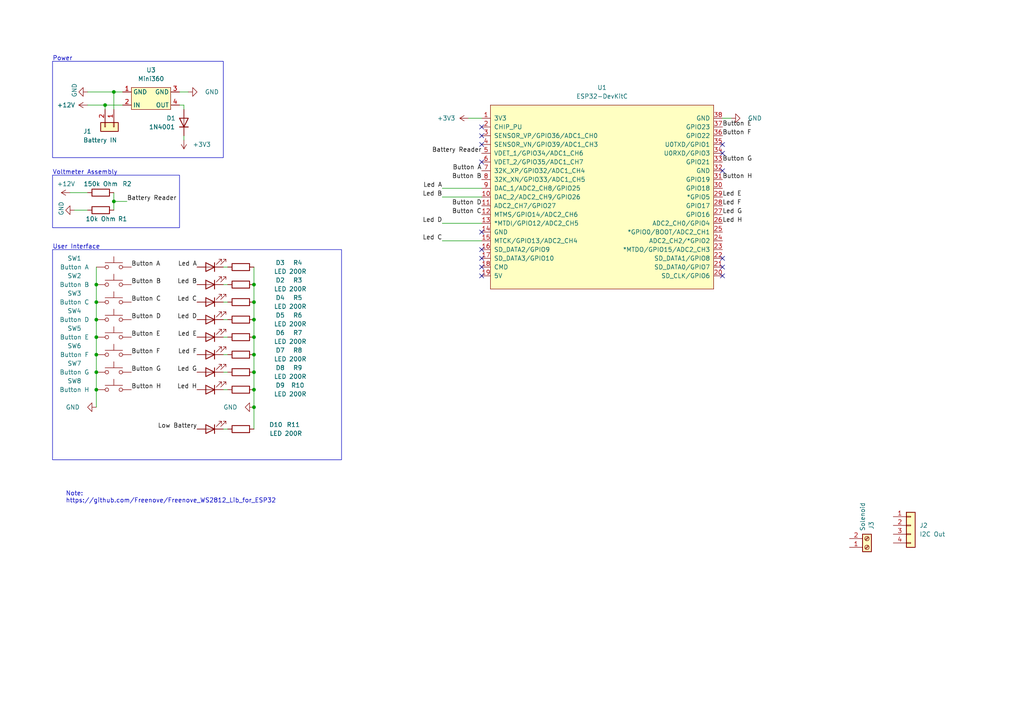
<source format=kicad_sch>
(kicad_sch (version 20230121) (generator eeschema)
  (paper "A4")
  (lib_symbols
    (symbol "Connector:Screw_Terminal_01x02" (pin_names (offset 1.016) hide)
      (property "Reference" "J" (at 0 2.54 0))
      (property "Value" "Screw_Terminal_01x02" (at 0 -5.08 0))
      (symbol "Screw_Terminal_01x02_1_1"
        (rectangle (start -1.27 1.27) (end 1.27 -3.81) (stroke (width 0.254)) (fill (type background)))
        (circle (center 0 -2.54) (radius 0.635) (stroke (width 0.1524)))
        (polyline (pts (xy -0.5334 -2.2098) (xy 0.3302 -3.048)) (stroke (width 0.1524)))
        (polyline (pts (xy -0.5334 0.3302) (xy 0.3302 -0.508)) (stroke (width 0.1524)))
        (polyline (pts (xy -0.3556 -2.032) (xy 0.508 -2.8702)) (stroke (width 0.1524)))
        (polyline (pts (xy -0.3556 0.508) (xy 0.508 -0.3302)) (stroke (width 0.1524)))
        (circle (center 0 0) (radius 0.635) (stroke (width 0.1524)))
        (pin passive line (at -5.08 0 0) (length 3.81) (name "Pin_1") (number "1"))
        (pin passive line (at -5.08 -2.54 0) (length 3.81) (name "Pin_2") (number "2"))
      )
    )
    (symbol "Connector_Generic:Conn_01x02" (pin_names (offset 1.016) hide)
      (property "Reference" "J" (at 0 2.54 0))
      (property "Value" "Conn_01x02" (at 0 -5.08 0))
      (symbol "Conn_01x02_1_1"
        (rectangle (start -1.27 -2.413) (end 0 -2.667) (stroke (width 0.1524)))
        (rectangle (start -1.27 0.127) (end 0 -0.127) (stroke (width 0.1524)))
        (rectangle (start -1.27 1.27) (end 1.27 -3.81) (stroke (width 0.254)) (fill (type background)))
        (pin passive line (at -5.08 0 0) (length 3.81) (name "Pin_1") (number "1"))
        (pin passive line (at -5.08 -2.54 0) (length 3.81) (name "Pin_2") (number "2"))
      )
    )
    (symbol "Connector_Generic:Conn_01x04" (pin_names (offset 1.016) hide)
      (property "Reference" "J" (at 0 5.08 0))
      (property "Value" "Conn_01x04" (at 0 -7.62 0))
      (symbol "Conn_01x04_1_1"
        (rectangle (start -1.27 -4.953) (end 0 -5.207) (stroke (width 0.1524)))
        (rectangle (start -1.27 -2.413) (end 0 -2.667) (stroke (width 0.1524)))
        (rectangle (start -1.27 0.127) (end 0 -0.127) (stroke (width 0.1524)))
        (rectangle (start -1.27 2.667) (end 0 2.413) (stroke (width 0.1524)))
        (rectangle (start -1.27 3.81) (end 1.27 -6.35) (stroke (width 0.254)) (fill (type background)))
        (pin passive line (at -5.08 2.54 0) (length 3.81) (name "Pin_1") (number "1"))
        (pin passive line (at -5.08 0 0) (length 3.81) (name "Pin_2") (number "2"))
        (pin passive line (at -5.08 -2.54 0) (length 3.81) (name "Pin_3") (number "3"))
        (pin passive line (at -5.08 -5.08 0) (length 3.81) (name "Pin_4") (number "4"))
      )
    )
    (symbol "Device:LED" (pin_numbers hide) (pin_names (offset 1.016) hide)
      (property "Reference" "D" (at 0 2.54 0))
      (property "Value" "LED" (at 0 -2.54 0))
      (symbol "LED_0_1"
        (polyline (pts (xy -1.27 -1.27) (xy -1.27 1.27)) (stroke (width 0.254)))
        (polyline (pts (xy -1.27 0) (xy 1.27 0)))
        (polyline (pts (xy 1.27 -1.27) (xy 1.27 1.27) (xy -1.27 0) (xy 1.27 -1.27)) (stroke (width 0.254)))
        (polyline (pts (xy -3.048 -0.762) (xy -4.572 -2.286) (xy -3.81 -2.286) (xy -4.572 -2.286) (xy -4.572 -1.524)))
        (polyline (pts (xy -1.778 -0.762) (xy -3.302 -2.286) (xy -2.54 -2.286) (xy -3.302 -2.286) (xy -3.302 -1.524)))
      )
      (symbol "LED_1_1"
        (pin passive line (at -3.81 0 0) (length 2.54) (name "K") (number "1"))
        (pin passive line (at 3.81 0 180) (length 2.54) (name "A") (number "2"))
      )
    )
    (symbol "Device:R" (pin_numbers hide) (pin_names (offset 0))
      (property "Reference" "R" (at 2.032 0 90))
      (property "Value" "R" (at 0 0 90))
      (symbol "R_0_1"
        (rectangle (start -1.016 -2.54) (end 1.016 2.54) (stroke (width 0.254)))
      )
      (symbol "R_1_1"
        (pin passive line (at 0 3.81 270) (length 1.27) (name "~") (number "1"))
        (pin passive line (at 0 -3.81 90) (length 1.27) (name "~") (number "2"))
      )
    )
    (symbol "Diode:1N4001" (pin_numbers hide) (pin_names hide)
      (property "Reference" "D" (at 0 2.54 0))
      (property "Value" "1N4001" (at 0 -2.54 0))
      (symbol "1N4001_0_1"
        (polyline (pts (xy -1.27 1.27) (xy -1.27 -1.27)) (stroke (width 0.254)))
        (polyline (pts (xy 1.27 0) (xy -1.27 0)))
        (polyline (pts (xy 1.27 1.27) (xy 1.27 -1.27) (xy -1.27 0) (xy 1.27 1.27)) (stroke (width 0.254)))
      )
      (symbol "1N4001_1_1"
        (pin passive line (at -3.81 0 0) (length 2.54) (name "K") (number "1"))
        (pin passive line (at 3.81 0 180) (length 2.54) (name "A") (number "2"))
      )
    )
    (symbol "Espressif:ESP32-DevKitC" (pin_names (offset 1.016))
      (property "Reference" "U" (at -8.89 26.67 0))
      (property "Value" "ESP32-DevKitC" (at 0 -29.21 0))
      (symbol "ESP32-DevKitC_0_0"
        (pin power_in line (at -33.02 -11.43 0) (length 2.54) (name "GND") (number "14"))
        (pin power_in line (at -33.02 -24.13 0) (length 2.54) (name "5V") (number "19"))
      )
      (symbol "ESP32-DevKitC_0_1"
        (rectangle (start -30.48 25.4) (end 34.29 -27.94) (fill (type background)))
      )
      (symbol "ESP32-DevKitC_1_1"
        (pin power_in line (at -33.02 21.59 0) (length 2.54) (name "3V3") (number "1"))
        (pin bidirectional line (at -33.02 -1.27 0) (length 2.54) (name "DAC_2/ADC2_CH9/GPIO26") (number "10"))
        (pin bidirectional line (at -33.02 -3.81 0) (length 2.54) (name "ADC2_CH7/GPIO27") (number "11"))
        (pin bidirectional line (at -33.02 -6.35 0) (length 2.54) (name "MTMS/GPIO14/ADC2_CH6") (number "12"))
        (pin bidirectional line (at -33.02 -8.89 0) (length 2.54) (name "*MTDI/GPIO12/ADC2_CH5") (number "13"))
        (pin bidirectional line (at -33.02 -13.97 0) (length 2.54) (name "MTCK/GPIO13/ADC2_CH4") (number "15"))
        (pin bidirectional line (at -33.02 -16.51 0) (length 2.54) (name "SD_DATA2/GPIO9") (number "16"))
        (pin bidirectional line (at -33.02 -19.05 0) (length 2.54) (name "SD_DATA3/GPIO10") (number "17"))
        (pin bidirectional line (at -33.02 -21.59 0) (length 2.54) (name "CMD") (number "18"))
        (pin input line (at -33.02 19.05 0) (length 2.54) (name "CHIP_PU") (number "2"))
        (pin bidirectional line (at 36.83 -24.13 180) (length 2.54) (name "SD_CLK/GPIO6") (number "20"))
        (pin bidirectional line (at 36.83 -21.59 180) (length 2.54) (name "SD_DATA0/GPIO7") (number "21"))
        (pin bidirectional line (at 36.83 -19.05 180) (length 2.54) (name "SD_DATA1/GPIO8") (number "22"))
        (pin bidirectional line (at 36.83 -16.51 180) (length 2.54) (name "*MTDO/GPIO15/ADC2_CH3") (number "23"))
        (pin bidirectional line (at 36.83 -13.97 180) (length 2.54) (name "ADC2_CH2/*GPIO2") (number "24"))
        (pin bidirectional line (at 36.83 -11.43 180) (length 2.54) (name "*GPIO0/BOOT/ADC2_CH1") (number "25"))
        (pin bidirectional line (at 36.83 -8.89 180) (length 2.54) (name "ADC2_CH0/GPIO4") (number "26"))
        (pin bidirectional line (at 36.83 -6.35 180) (length 2.54) (name "GPIO16") (number "27"))
        (pin bidirectional line (at 36.83 -3.81 180) (length 2.54) (name "GPIO17") (number "28"))
        (pin bidirectional line (at 36.83 -1.27 180) (length 2.54) (name "*GPIO5") (number "29"))
        (pin input line (at -33.02 16.51 0) (length 2.54) (name "SENSOR_VP/GPIO36/ADC1_CH0") (number "3"))
        (pin bidirectional line (at 36.83 1.27 180) (length 2.54) (name "GPIO18") (number "30"))
        (pin bidirectional line (at 36.83 3.81 180) (length 2.54) (name "GPIO19") (number "31"))
        (pin power_in line (at 36.83 6.35 180) (length 2.54) (name "GND") (number "32"))
        (pin bidirectional line (at 36.83 8.89 180) (length 2.54) (name "GPIO21") (number "33"))
        (pin bidirectional line (at 36.83 11.43 180) (length 2.54) (name "U0RXD/GPIO3") (number "34"))
        (pin bidirectional line (at 36.83 13.97 180) (length 2.54) (name "U0TXD/GPIO1") (number "35"))
        (pin bidirectional line (at 36.83 16.51 180) (length 2.54) (name "GPIO22") (number "36"))
        (pin bidirectional line (at 36.83 19.05 180) (length 2.54) (name "GPIO23") (number "37"))
        (pin power_in line (at 36.83 21.59 180) (length 2.54) (name "GND") (number "38"))
        (pin input line (at -33.02 13.97 0) (length 2.54) (name "SENSOR_VN/GPIO39/ADC1_CH3") (number "4"))
        (pin input line (at -33.02 11.43 0) (length 2.54) (name "VDET_1/GPIO34/ADC1_CH6") (number "5"))
        (pin input line (at -33.02 8.89 0) (length 2.54) (name "VDET_2/GPIO35/ADC1_CH7") (number "6"))
        (pin bidirectional line (at -33.02 6.35 0) (length 2.54) (name "32K_XP/GPIO32/ADC1_CH4") (number "7"))
        (pin bidirectional line (at -33.02 3.81 0) (length 2.54) (name "32K_XN/GPIO33/ADC1_CH5") (number "8"))
        (pin bidirectional line (at -33.02 1.27 0) (length 2.54) (name "DAC_1/ADC2_CH8/GPIO25") (number "9"))
      )
    )
    (symbol "My_Library:Mini360"
      (property "Reference" "U" (at 2.54 7.62 0))
      (property "Value" "Mini360" (at 6.35 10.16 0))
      (symbol "Mini360_1_1"
        (rectangle (start 0 6.35) (end 11.43 0) (fill (type background)))
        (pin power_in line (at -2.54 5.08 0) (length 2.54) (name "GND") (number "1"))
        (pin power_in line (at -2.54 1.27 0) (length 2.54) (name "IN") (number "2"))
        (pin power_in line (at 13.97 5.08 180) (length 2.54) (name "GND") (number "3"))
        (pin power_out line (at 13.97 1.27 180) (length 2.54) (name "OUT") (number "4"))
      )
    )
    (symbol "Switch:SW_Push" (pin_numbers hide) (pin_names (offset 1.016) hide)
      (property "Reference" "SW" (at 1.27 2.54 0))
      (property "Value" "SW_Push" (at 0 -1.524 0))
      (symbol "SW_Push_0_1"
        (circle (center -2.032 0) (radius 0.508))
        (polyline (pts (xy 0 1.27) (xy 0 3.048)))
        (polyline (pts (xy 2.54 1.27) (xy -2.54 1.27)))
        (circle (center 2.032 0) (radius 0.508))
        (pin passive line (at -5.08 0 0) (length 2.54) (name "1") (number "1"))
        (pin passive line (at 5.08 0 180) (length 2.54) (name "2") (number "2"))
      )
    )
    (symbol "power:+12V" (power) (pin_names (offset 0))
      (property "Value" "+12V" (at 0 3.556 0))
      (symbol "+12V_0_1"
        (polyline (pts (xy -0.762 1.27) (xy 0 2.54)))
        (polyline (pts (xy 0 0) (xy 0 2.54)))
        (polyline (pts (xy 0 2.54) (xy 0.762 1.27)))
      )
      (symbol "+12V_1_1"
        (pin power_in line (at 0 0 90) (length 0) hide (name "+12V") (number "1"))
      )
    )
    (symbol "power:+3V3" (power) (pin_names (offset 0))
      (property "Value" "+3V3" (at 0 3.556 0))
      (symbol "+3V3_0_1"
        (polyline (pts (xy -0.762 1.27) (xy 0 2.54)))
        (polyline (pts (xy 0 0) (xy 0 2.54)))
        (polyline (pts (xy 0 2.54) (xy 0.762 1.27)))
      )
      (symbol "+3V3_1_1"
        (pin power_in line (at 0 0 90) (length 0) hide (name "+3V3") (number "1"))
      )
    )
    (symbol "power:GND" (power) (pin_names (offset 0))
      (property "Value" "GND" (at 0 -3.81 0))
      (symbol "GND_0_1"
        (polyline (pts (xy 0 0) (xy 0 -1.27) (xy 1.27 -1.27) (xy 0 -2.54) (xy -1.27 -1.27) (xy 0 -1.27)))
      )
      (symbol "GND_1_1"
        (pin power_in line (at 0 0 270) (length 0) hide (name "GND") (number "1"))
      )
    )
  )
  (junction (at 33.02 58.42))
  (junction (at 27.94 97.79))
  (junction (at 27.94 82.55))
  (junction (at 73.66 92.71))
  (junction (at 73.66 87.63))
  (junction (at 73.66 97.79))
  (junction (at 73.66 118.11))
  (junction (at 27.94 102.87))
  (junction (at 73.66 113.03))
  (junction (at 27.94 87.63))
  (junction (at 33.02 26.67))
  (junction (at 73.66 82.55))
  (junction (at 30.48 30.48))
  (junction (at 27.94 113.03))
  (junction (at 27.94 92.71))
  (junction (at 73.66 102.87))
  (junction (at 73.66 107.95))
  (junction (at 27.94 107.95))
  (no_connect (at 139.7 67.31))
  (no_connect (at 139.7 46.99))
  (no_connect (at 209.55 49.53))
  (no_connect (at 139.7 74.93))
  (no_connect (at 139.7 41.91))
  (no_connect (at 139.7 80.01))
  (no_connect (at 139.7 72.39))
  (no_connect (at 209.55 44.45))
  (no_connect (at 209.55 41.91))
  (no_connect (at 139.7 39.37))
  (no_connect (at 209.55 80.01))
  (no_connect (at 139.7 36.83))
  (no_connect (at 209.55 74.93))
  (no_connect (at 139.7 77.47))
  (no_connect (at 209.55 77.47))
  (wire (pts (xy 66.04 82.55) (xy 64.77 82.55)))
  (wire (pts (xy 66.04 113.03) (xy 64.77 113.03)))
  (wire (pts (xy 33.02 26.67) (xy 35.56 26.67)))
  (wire (pts (xy 66.04 102.87) (xy 64.77 102.87)))
  (wire (pts (xy 20.32 55.88) (xy 25.4 55.88)))
  (wire (pts (xy 128.27 64.77) (xy 139.7 64.77)))
  (wire (pts (xy 27.94 82.55) (xy 27.94 87.63)))
  (wire (pts (xy 53.34 31.75) (xy 53.34 30.48)))
  (wire (pts (xy 33.02 58.42) (xy 33.02 60.96)))
  (wire (pts (xy 66.04 92.71) (xy 64.77 92.71)))
  (wire (pts (xy 73.66 92.71) (xy 73.66 97.79)))
  (wire (pts (xy 73.66 113.03) (xy 73.66 118.11)))
  (wire (pts (xy 27.94 92.71) (xy 27.94 97.79)))
  (wire (pts (xy 30.48 30.48) (xy 30.48 31.75)))
  (wire (pts (xy 66.04 124.46) (xy 64.77 124.46)))
  (wire (pts (xy 66.04 87.63) (xy 64.77 87.63)))
  (wire (pts (xy 25.4 26.67) (xy 33.02 26.67)))
  (wire (pts (xy 73.66 107.95) (xy 73.66 113.03)))
  (wire (pts (xy 73.66 118.11) (xy 73.66 124.46)))
  (wire (pts (xy 27.94 102.87) (xy 27.94 107.95)))
  (wire (pts (xy 66.04 97.79) (xy 64.77 97.79)))
  (wire (pts (xy 212.09 34.29) (xy 209.55 34.29)))
  (wire (pts (xy 36.83 58.42) (xy 33.02 58.42)))
  (wire (pts (xy 53.34 30.48) (xy 52.07 30.48)))
  (wire (pts (xy 33.02 55.88) (xy 33.02 58.42)))
  (wire (pts (xy 33.02 26.67) (xy 33.02 31.75)))
  (wire (pts (xy 25.4 30.48) (xy 30.48 30.48)))
  (wire (pts (xy 27.94 113.03) (xy 27.94 118.11)))
  (wire (pts (xy 73.66 102.87) (xy 73.66 107.95)))
  (wire (pts (xy 27.94 107.95) (xy 27.94 113.03)))
  (wire (pts (xy 135.89 34.29) (xy 139.7 34.29)))
  (wire (pts (xy 27.94 97.79) (xy 27.94 102.87)))
  (wire (pts (xy 21.59 60.96) (xy 25.4 60.96)))
  (wire (pts (xy 66.04 107.95) (xy 64.77 107.95)))
  (wire (pts (xy 54.61 26.67) (xy 52.07 26.67)))
  (wire (pts (xy 27.94 77.47) (xy 27.94 82.55)))
  (wire (pts (xy 27.94 87.63) (xy 27.94 92.71)))
  (wire (pts (xy 73.66 82.55) (xy 73.66 87.63)))
  (wire (pts (xy 128.27 54.61) (xy 139.7 54.61)))
  (wire (pts (xy 30.48 30.48) (xy 35.56 30.48)))
  (wire (pts (xy 73.66 87.63) (xy 73.66 92.71)))
  (wire (pts (xy 128.27 57.15) (xy 139.7 57.15)))
  (wire (pts (xy 128.27 69.85) (xy 139.7 69.85)))
  (wire (pts (xy 73.66 77.47) (xy 73.66 82.55)))
  (wire (pts (xy 53.34 39.37) (xy 53.34 40.64)))
  (wire (pts (xy 66.04 77.47) (xy 64.77 77.47)))
  (wire (pts (xy 73.66 97.79) (xy 73.66 102.87)))
  (rectangle (start 15.24 50.8) (end 52.07 66.04))
  (rectangle (start 15.24 17.78) (end 64.77 45.72))
  (rectangle (start 15.24 72.39) (end 99.06 133.35))
  (text "User Interface" (at 15.24 72.39 0) (effects (font (size 1.27 1.27)) (justify left bottom)))
  (text "Note:\nhttps://github.com/Freenove/Freenove_WS2812_Lib_for_ESP32" (at 19.05 146.05 0) (effects (font (size 1.27 1.27)) (justify left bottom)))
  (text "Power" (at 15.24 17.78 0) (effects (font (size 1.27 1.27)) (justify left bottom)))
  (text "Voltmeter Assembly" (at 15.24 50.8 0) (effects (font (size 1.27 1.27)) (justify left bottom)))
  (label "Button G" (at 38.1 107.95 0))
  (label "Button A" (at 38.1 77.47 0))
  (label "Led D" (at 57.15 92.71 180))
  (label "Led H" (at 57.15 113.03 180))
  (label "Button C" (at 38.1 87.63 0))
  (label "Button H" (at 209.55 52.07 0))
  (label "Button D" (at 139.7 59.69 180))
  (label "Led G" (at 209.55 62.23 0))
  (label "Led B" (at 128.27 57.15 180))
  (label "Button F" (at 38.1 102.87 0))
  (label "Led A" (at 57.15 77.47 180))
  (label "Button B" (at 139.7 52.07 180))
  (label "Battery Reader" (at 139.7 44.45 180))
  (label "Button G" (at 209.55 46.99 0))
  (label "Led F" (at 57.15 102.87 180))
  (label "Led D" (at 128.27 64.77 180))
  (label "Button H" (at 38.1 113.03 0))
  (label "Led B" (at 57.15 82.55 180))
  (label "Button B" (at 38.1 82.55 0))
  (label "Button A" (at 139.7 49.53 180))
  (label "Led F" (at 209.55 59.69 0))
  (label "Button E" (at 38.1 97.79 0))
  (label "Button E" (at 209.55 36.83 0))
  (label "Led E" (at 209.55 57.15 0))
  (label "Led C" (at 57.15 87.63 180))
  (label "Led C" (at 128.27 69.85 180))
  (label "Led G" (at 57.15 107.95 180))
  (label "Button F" (at 209.55 39.37 0))
  (label "Low Battery" (at 57.15 124.46 180))
  (label "Led H" (at 209.55 64.77 0))
  (label "Led A" (at 128.27 54.61 180))
  (label "Button D" (at 38.1 92.71 0))
  (label "Led E" (at 57.15 97.79 180))
  (label "Button C" (at 139.7 62.23 180))
  (label "Battery Reader" (at 36.83 58.42 0))
  (symbol (lib_id "Connector:Screw_Terminal_01x02") (at 251.46 158.75 0) (mirror x) (unit 1)
    (property "Reference" "J3" (at 252.73 152.4 90))
    (property "Value" "Solenoid" (at 250.19 149.86 90))
    (property "Footprint" "TerminalBlock_RND:TerminalBlock_RND_205-00001_1x02_P5.00mm_Horizontal" (effects hide))
  )
  (symbol (lib_id "Switch:SW_Push") (at 33.02 102.87 0) (unit 1)
    (property "Reference" "SW6" (at 21.59 100.33 0))
    (property "Value" "Button F" (at 21.59 102.87 0))
    (property "Footprint" "Button_Switch_THT:SW_PUSH_6mm_H13mm" (effects hide))
  )
  (symbol (lib_id "Switch:SW_Push") (at 33.02 82.55 0) (unit 1)
    (property "Reference" "SW2" (at 21.59 80.01 0))
    (property "Value" "Button B" (at 21.59 82.55 0))
    (property "Footprint" "Button_Switch_THT:SW_PUSH_6mm_H13mm" (effects hide))
  )
  (symbol (lib_id "power:+3V3") (at 135.89 34.29 90) (unit 1)
    (property "Reference" "#PWR05" (effects hide))
    (property "Value" "+3V3" (at 132.08 34.29 90) (effects (justify left)))
  )
  (symbol (lib_id "Device:R") (at 29.21 60.96 90) (unit 1)
    (property "Reference" "R2" (at 36.83 53.34 90))
    (property "Value" "10k Ohm" (at 29.21 63.5 90))
    (property "Footprint" "Resistor_THT:R_Axial_DIN0207_L6.3mm_D2.5mm_P7.62mm_Horizontal" (effects hide))
  )
  (symbol (lib_id "Device:R") (at 69.85 77.47 90) (unit 1)
    (property "Reference" "R4" (at 86.36 76.2 90))
    (property "Value" "200R" (at 86.36 78.74 90))
  )
  (symbol (lib_id "power:+3V3") (at 53.34 40.64 180) (unit 1)
    (property "Reference" "#PWR03" (effects hide))
    (property "Value" "+3V3" (at 55.88 41.91 0) (effects (justify right)))
  )
  (symbol (lib_id "Device:R") (at 69.85 92.71 90) (unit 1)
    (property "Reference" "R6" (at 86.36 91.44 90))
    (property "Value" "200R" (at 86.36 93.98 90))
  )
  (symbol (lib_id "Switch:SW_Push") (at 33.02 107.95 0) (unit 1)
    (property "Reference" "SW7" (at 21.59 105.41 0))
    (property "Value" "Button G" (at 21.59 107.95 0))
    (property "Footprint" "Button_Switch_THT:SW_PUSH_6mm_H13mm" (effects hide))
  )
  (symbol (lib_id "Device:LED") (at 60.96 77.47 180) (unit 1)
    (property "Reference" "D3" (at 81.28 76.2 0))
    (property "Value" "LED" (at 81.28 78.74 0))
  )
  (symbol (lib_id "power:GND") (at 54.61 26.67 90) (unit 1)
    (property "Reference" "#PWR04" (effects hide))
    (property "Value" "GND" (at 63.5 26.67 90) (effects (justify left)))
  )
  (symbol (lib_id "Espressif:ESP32-DevKitC") (at 172.72 55.88 0) (unit 1)
    (property "Reference" "U1" (at 174.625 25.4 0))
    (property "Value" "ESP32-DevKitC" (at 174.625 27.94 0))
    (property "Footprint" "Espressif:ESP32-NodeMCU" (effects hide))
    (property "Datasheet" "https://docs.espressif.com/projects/esp-idf/zh_CN/latest/esp32/hw-reference/esp32/get-started-devkitc.html" (effects hide))
  )
  (symbol (lib_id "Device:R") (at 69.85 113.03 90) (unit 1)
    (property "Reference" "R10" (at 86.36 111.76 90))
    (property "Value" "200R" (at 86.36 114.3 90))
  )
  (symbol (lib_id "Switch:SW_Push") (at 33.02 77.47 0) (unit 1)
    (property "Reference" "SW1" (at 21.59 74.93 0))
    (property "Value" "Button A" (at 21.59 77.47 0))
    (property "Footprint" "Button_Switch_THT:SW_PUSH_6mm_H13mm" (effects hide))
  )
  (symbol (lib_id "Device:R") (at 69.85 102.87 90) (unit 1)
    (property "Reference" "R8" (at 86.36 101.6 90))
    (property "Value" "200R" (at 86.36 104.14 90))
  )
  (symbol (lib_id "Device:LED") (at 60.96 82.55 180) (unit 1)
    (property "Reference" "D2" (at 81.28 81.28 0))
    (property "Value" "LED" (at 81.28 83.82 0))
  )
  (symbol (lib_id "My_Library:Mini360") (at 38.1 31.75 0) (unit 1)
    (property "Reference" "U3" (at 43.815 20.32 0))
    (property "Value" "Mini360" (at 43.815 22.86 0))
    (property "Footprint" "My_Library:Mini360" (effects hide))
  )
  (symbol (lib_id "Diode:1N4001") (at 53.34 35.56 90) (unit 1)
    (property "Reference" "D1" (at 48.26 34.29 90) (effects (justify right)))
    (property "Value" "1N4001" (at 43.18 36.83 90) (effects (justify right)))
    (property "Footprint" "Diode_THT:D_DO-41_SOD81_P7.62mm_Horizontal" (effects hide))
    (property "Datasheet" "http://www.vishay.com/docs/88503/1n4001.pdf" (effects hide))
    (property "Sim.Device" "D" (effects hide))
    (property "Sim.Pins" "1=K 2=A" (effects hide))
  )
  (symbol (lib_id "Switch:SW_Push") (at 33.02 113.03 0) (unit 1)
    (property "Reference" "SW8" (at 21.59 110.49 0))
    (property "Value" "Button H" (at 21.59 113.03 0))
    (property "Footprint" "Button_Switch_THT:SW_PUSH_6mm_H13mm" (effects hide))
  )
  (symbol (lib_id "power:+12V") (at 25.4 30.48 90) (unit 1)
    (property "Reference" "#PWR02" (effects hide))
    (property "Value" "+12V" (at 16.51 30.48 90) (effects (justify right)))
  )
  (symbol (lib_id "Device:R") (at 69.85 107.95 90) (unit 1)
    (property "Reference" "R9" (at 86.36 106.68 90))
    (property "Value" "200R" (at 86.36 109.22 90))
  )
  (symbol (lib_id "Switch:SW_Push") (at 33.02 97.79 0) (unit 1)
    (property "Reference" "SW5" (at 21.59 95.25 0))
    (property "Value" "Button E" (at 21.59 97.79 0))
    (property "Footprint" "Button_Switch_THT:SW_PUSH_6mm_H13mm" (effects hide))
  )
  (symbol (lib_id "Device:LED") (at 60.96 97.79 180) (unit 1)
    (property "Reference" "D6" (at 81.28 96.52 0))
    (property "Value" "LED" (at 81.28 99.06 0))
  )
  (symbol (lib_id "Device:LED") (at 60.96 87.63 180) (unit 1)
    (property "Reference" "D4" (at 81.28 86.36 0))
    (property "Value" "LED" (at 81.28 88.9 0))
  )
  (symbol (lib_id "Device:R") (at 69.85 97.79 90) (unit 1)
    (property "Reference" "R7" (at 86.36 96.52 90))
    (property "Value" "200R" (at 86.36 99.06 90))
  )
  (symbol (lib_id "power:+12V") (at 20.32 55.88 90) (unit 1)
    (property "Reference" "#PWR07" (effects hide))
    (property "Value" "+12V" (at 16.51 53.34 90) (effects (justify right)))
  )
  (symbol (lib_id "Device:LED") (at 60.96 113.03 180) (unit 1)
    (property "Reference" "D9" (at 81.28 111.76 0))
    (property "Value" "LED" (at 81.28 114.3 0))
  )
  (symbol (lib_id "Device:LED") (at 60.96 102.87 180) (unit 1)
    (property "Reference" "D7" (at 81.28 101.6 0))
    (property "Value" "LED" (at 81.28 104.14 0))
  )
  (symbol (lib_id "power:GND") (at 21.59 60.96 270) (unit 1)
    (property "Reference" "#PWR08" (effects hide))
    (property "Value" "GND" (at 17.78 58.42 0) (effects (justify left)))
  )
  (symbol (lib_id "power:GND") (at 73.66 118.11 270) (unit 1)
    (property "Reference" "#PWR010" (effects hide))
    (property "Value" "GND" (at 64.77 118.11 90) (effects (justify left)))
  )
  (symbol (lib_id "Device:LED") (at 60.96 107.95 180) (unit 1)
    (property "Reference" "D8" (at 81.28 106.68 0))
    (property "Value" "LED" (at 81.28 109.22 0))
  )
  (symbol (lib_id "Connector_Generic:Conn_01x02") (at 33.02 36.83 270) (unit 1)
    (property "Reference" "J1" (at 24.13 38.1 90) (effects (justify left)))
    (property "Value" "Battery IN" (at 24.13 40.64 90) (effects (justify left)))
  )
  (symbol (lib_id "power:GND") (at 27.94 118.11 270) (unit 1)
    (property "Reference" "#PWR09" (effects hide))
    (property "Value" "GND" (at 19.05 118.11 90) (effects (justify left)))
  )
  (symbol (lib_id "Connector_Generic:Conn_01x04") (at 264.16 152.4 0) (unit 1)
    (property "Reference" "J2" (at 266.7 152.3999 0) (effects (justify left)))
    (property "Value" "I2C Out" (at 266.7 154.9399 0) (effects (justify left)))
    (property "Footprint" "Connector_PinHeader_2.54mm:PinHeader_1x04_P2.54mm_Vertical" (effects hide))
  )
  (symbol (lib_id "Switch:SW_Push") (at 33.02 87.63 0) (unit 1)
    (property "Reference" "SW3" (at 21.59 85.09 0))
    (property "Value" "Button C" (at 21.59 87.63 0))
    (property "Footprint" "Button_Switch_THT:SW_PUSH_6mm_H13mm" (effects hide))
  )
  (symbol (lib_id "Device:R") (at 69.85 124.46 90) (unit 1)
    (property "Reference" "R11" (at 85.09 123.19 90))
    (property "Value" "200R" (at 85.09 125.73 90))
  )
  (symbol (lib_id "Switch:SW_Push") (at 33.02 92.71 0) (unit 1)
    (property "Reference" "SW4" (at 21.59 90.17 0))
    (property "Value" "Button D" (at 21.59 92.71 0))
    (property "Footprint" "Button_Switch_THT:SW_PUSH_6mm_H13mm" (effects hide))
  )
  (symbol (lib_id "Device:LED") (at 60.96 92.71 180) (unit 1)
    (property "Reference" "D5" (at 81.28 91.44 0))
    (property "Value" "LED" (at 81.28 93.98 0))
  )
  (symbol (lib_id "power:GND") (at 25.4 26.67 270) (unit 1)
    (property "Reference" "#PWR01" (effects hide))
    (property "Value" "GND" (at 21.59 24.13 0) (effects (justify left)))
  )
  (symbol (lib_id "Device:R") (at 69.85 87.63 90) (unit 1)
    (property "Reference" "R5" (at 86.36 86.36 90))
    (property "Value" "200R" (at 86.36 88.9 90))
  )
  (symbol (lib_id "Device:LED") (at 60.96 124.46 180) (unit 1)
    (property "Reference" "D10" (at 80.01 123.19 0))
    (property "Value" "LED" (at 80.01 125.73 0))
  )
  (symbol (lib_id "Device:R") (at 29.21 55.88 270) (unit 1)
    (property "Reference" "R1" (at 35.56 63.5 90))
    (property "Value" "150k Ohm" (at 29.21 53.34 90))
    (property "Footprint" "Resistor_THT:R_Axial_DIN0207_L6.3mm_D2.5mm_P7.62mm_Horizontal" (effects hide))
  )
  (symbol (lib_id "power:GND") (at 212.09 34.29 90) (unit 1)
    (property "Reference" "#PWR06" (effects hide))
    (property "Value" "GND" (at 220.98 34.29 90) (effects (justify left)))
  )
  (symbol (lib_id "Device:R") (at 69.85 82.55 90) (unit 1)
    (property "Reference" "R3" (at 86.36 81.28 90))
    (property "Value" "200R" (at 86.36 83.82 90))
  )
)
</source>
